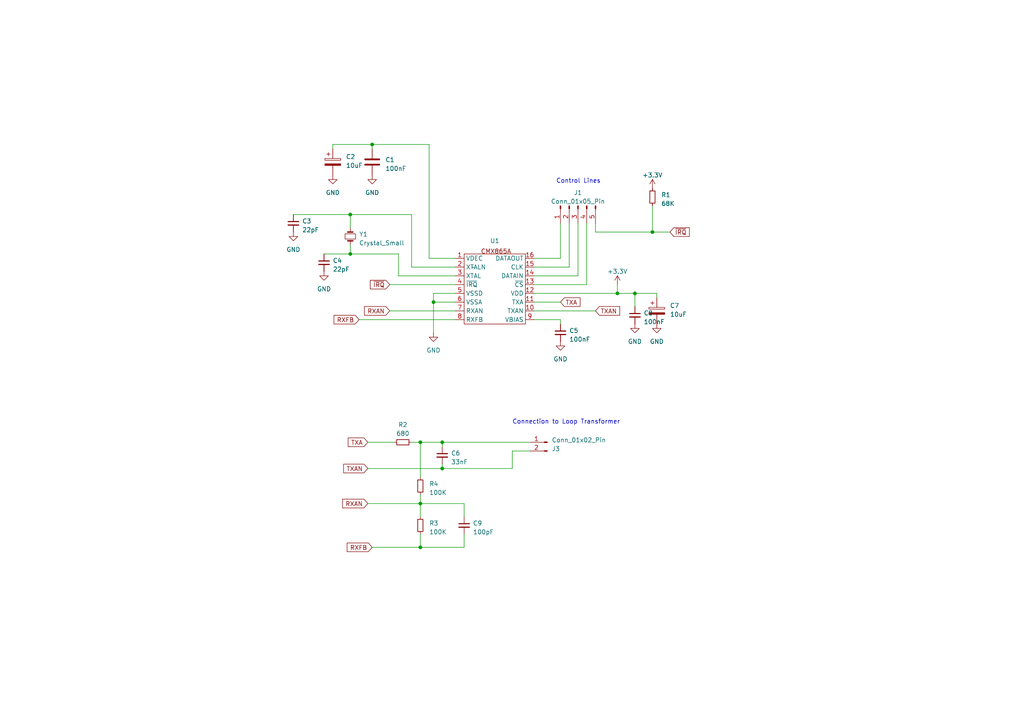
<source format=kicad_sch>
(kicad_sch (version 20230121) (generator eeschema)
  (paper "A4")
  (title_block (title "Bell 103 Host - Modem Sheet") (date "2023-08-20") (rev "v1") (company "Bruce MacKinnon"))
  (lib_symbols
    (symbol "Connector:Conn_01x02_Pin" (pin_names (offset 1.016) hide)
      (property "Reference" "J" (at 0 2.54 0))
      (property "Value" "Conn_01x02_Pin" (at 0 -5.08 0))
      (symbol "Conn_01x02_Pin_1_1"
        (polyline (pts (xy 1.27 -2.54) (xy 0.8636 -2.54)) (stroke (width 0.1524)))
        (polyline (pts (xy 1.27 0) (xy 0.8636 0)) (stroke (width 0.1524)))
        (rectangle (start 0.8636 -2.413) (end 0 -2.667) (stroke (width 0.1524)) (fill (type outline)))
        (rectangle (start 0.8636 0.127) (end 0 -0.127) (stroke (width 0.1524)) (fill (type outline)))
        (pin passive line (at 5.08 0 180) (length 3.81) (name "Pin_1") (number "1"))
        (pin passive line (at 5.08 -2.54 180) (length 3.81) (name "Pin_2") (number "2"))
      )
    )
    (symbol "Connector:Conn_01x05_Pin" (pin_names (offset 1.016) hide)
      (property "Reference" "J" (at 0 7.62 0))
      (property "Value" "Conn_01x05_Pin" (at 0 -7.62 0))
      (symbol "Conn_01x05_Pin_1_1"
        (polyline (pts (xy 1.27 -5.08) (xy 0.8636 -5.08)) (stroke (width 0.1524)))
        (polyline (pts (xy 1.27 -2.54) (xy 0.8636 -2.54)) (stroke (width 0.1524)))
        (polyline (pts (xy 1.27 0) (xy 0.8636 0)) (stroke (width 0.1524)))
        (polyline (pts (xy 1.27 2.54) (xy 0.8636 2.54)) (stroke (width 0.1524)))
        (polyline (pts (xy 1.27 5.08) (xy 0.8636 5.08)) (stroke (width 0.1524)))
        (rectangle (start 0.8636 -4.953) (end 0 -5.207) (stroke (width 0.1524)) (fill (type outline)))
        (rectangle (start 0.8636 -2.413) (end 0 -2.667) (stroke (width 0.1524)) (fill (type outline)))
        (rectangle (start 0.8636 0.127) (end 0 -0.127) (stroke (width 0.1524)) (fill (type outline)))
        (rectangle (start 0.8636 2.667) (end 0 2.413) (stroke (width 0.1524)) (fill (type outline)))
        (rectangle (start 0.8636 5.207) (end 0 4.953) (stroke (width 0.1524)) (fill (type outline)))
        (pin passive line (at 5.08 5.08 180) (length 3.81) (name "Pin_1") (number "1"))
        (pin passive line (at 5.08 2.54 180) (length 3.81) (name "Pin_2") (number "2"))
        (pin passive line (at 5.08 0 180) (length 3.81) (name "Pin_3") (number "3"))
        (pin passive line (at 5.08 -2.54 180) (length 3.81) (name "Pin_4") (number "4"))
        (pin passive line (at 5.08 -5.08 180) (length 3.81) (name "Pin_5") (number "5"))
      )
    )
    (symbol "Device:C" (pin_numbers hide) (pin_names (offset 0.254))
      (property "Reference" "C" (at 0.635 2.54 0))
      (property "Value" "C" (at 0.635 -2.54 0))
      (symbol "C_0_1"
        (polyline (pts (xy -2.032 -0.762) (xy 2.032 -0.762)) (stroke (width 0.508)))
        (polyline (pts (xy -2.032 0.762) (xy 2.032 0.762)) (stroke (width 0.508)))
      )
      (symbol "C_1_1"
        (pin passive line (at 0 3.81 270) (length 2.794) (name "~") (number "1"))
        (pin passive line (at 0 -3.81 90) (length 2.794) (name "~") (number "2"))
      )
    )
    (symbol "Device:C_Polarized" (pin_numbers hide) (pin_names (offset 0.254))
      (property "Reference" "C" (at 0.635 2.54 0))
      (property "Value" "C_Polarized" (at 0.635 -2.54 0))
      (symbol "C_Polarized_0_1"
        (rectangle (start -2.286 0.508) (end 2.286 1.016))
        (polyline (pts (xy -1.778 2.286) (xy -0.762 2.286)))
        (polyline (pts (xy -1.27 2.794) (xy -1.27 1.778)))
        (rectangle (start 2.286 -0.508) (end -2.286 -1.016) (fill (type outline)))
      )
      (symbol "C_Polarized_1_1"
        (pin passive line (at 0 3.81 270) (length 2.794) (name "~") (number "1"))
        (pin passive line (at 0 -3.81 90) (length 2.794) (name "~") (number "2"))
      )
    )
    (symbol "Device:C_Small" (pin_numbers hide) (pin_names (offset 0.254) hide)
      (property "Reference" "C" (at 0.254 1.778 0))
      (property "Value" "C_Small" (at 0.254 -2.032 0))
      (symbol "C_Small_0_1"
        (polyline (pts (xy -1.524 -0.508) (xy 1.524 -0.508)) (stroke (width 0.3302)))
        (polyline (pts (xy -1.524 0.508) (xy 1.524 0.508)) (stroke (width 0.3048)))
      )
      (symbol "C_Small_1_1"
        (pin passive line (at 0 2.54 270) (length 2.032) (name "~") (number "1"))
        (pin passive line (at 0 -2.54 90) (length 2.032) (name "~") (number "2"))
      )
    )
    (symbol "Device:Crystal_Small" (pin_numbers hide) (pin_names (offset 1.016) hide)
      (property "Reference" "Y" (at 0 2.54 0))
      (property "Value" "Crystal_Small" (at 0 -2.54 0))
      (symbol "Crystal_Small_0_1"
        (rectangle (start -0.762 -1.524) (end 0.762 1.524))
        (polyline (pts (xy -1.27 -0.762) (xy -1.27 0.762)) (stroke (width 0.381)))
        (polyline (pts (xy 1.27 -0.762) (xy 1.27 0.762)) (stroke (width 0.381)))
      )
      (symbol "Crystal_Small_1_1"
        (pin passive line (at -2.54 0 0) (length 1.27) (name "1") (number "1"))
        (pin passive line (at 2.54 0 180) (length 1.27) (name "2") (number "2"))
      )
    )
    (symbol "Device:R_Small" (pin_numbers hide) (pin_names (offset 0.254) hide)
      (property "Reference" "R" (at 0.762 0.508 0))
      (property "Value" "R_Small" (at 0.762 -1.016 0))
      (symbol "R_Small_0_1"
        (rectangle (start -0.762 1.778) (end 0.762 -1.778) (stroke (width 0.2032)))
      )
      (symbol "R_Small_1_1"
        (pin passive line (at 0 2.54 270) (length 0.762) (name "~") (number "1"))
        (pin passive line (at 0 -2.54 90) (length 0.762) (name "~") (number "2"))
      )
    )
    (symbol "kicad-symbol-library:CMX865A"
      (property "Reference" "U" (at -1.27 -11.43 0))
      (symbol "CMX865A_0_0"
        (text_box "CMX865A" (at -5.08 12.7 0) (size 7.62 -2.54) (stroke (width -0.0001)) (effects (font (size 1.27 1.27)) (justify left top)))
      )
      (symbol "CMX865A_0_1"
        (rectangle (start -8.89 10.16) (end 8.89 -10.16))
      )
      (symbol "CMX865A_1_1"
        (pin input line (at -11.43 8.89 0) (length 2.54) (name "VDEC") (number "1"))
        (pin input line (at 11.43 -6.35 180) (length 2.54) (name "TXAN") (number "10"))
        (pin input line (at 11.43 -3.81 180) (length 2.54) (name "TXA") (number "11"))
        (pin power_in line (at 11.43 -1.27 180) (length 2.54) (name "VDD") (number "12"))
        (pin input line (at 11.43 1.27 180) (length 2.54) (name "~{CS}") (number "13"))
        (pin input line (at 11.43 3.81 180) (length 2.54) (name "DATAIN") (number "14"))
        (pin input line (at 11.43 6.35 180) (length 2.54) (name "CLK") (number "15"))
        (pin output line (at 11.43 8.89 180) (length 2.54) (name "DATAOUT") (number "16"))
        (pin input line (at -11.43 6.35 0) (length 2.54) (name "XTALN") (number "2"))
        (pin input line (at -11.43 3.81 0) (length 2.54) (name "XTAL") (number "3"))
        (pin input line (at -11.43 1.27 0) (length 2.54) (name "~{IRQ}") (number "4"))
        (pin power_in line (at -11.43 -1.27 0) (length 2.54) (name "VSSD") (number "5"))
        (pin power_in line (at -11.43 -3.81 0) (length 2.54) (name "VSSA") (number "6"))
        (pin input line (at -11.43 -6.35 0) (length 2.54) (name "RXAN") (number "7"))
        (pin output line (at -11.43 -8.89 0) (length 2.54) (name "RXFB") (number "8"))
        (pin input line (at 11.43 -8.89 180) (length 2.54) (name "VBIAS") (number "9"))
      )
    )
    (symbol "power:+3.3V" (power) (pin_names (offset 0))
      (property "Value" "+3.3V" (at 0 3.556 0))
      (symbol "+3.3V_0_1"
        (polyline (pts (xy -0.762 1.27) (xy 0 2.54)))
        (polyline (pts (xy 0 0) (xy 0 2.54)))
        (polyline (pts (xy 0 2.54) (xy 0.762 1.27)))
      )
      (symbol "+3.3V_1_1"
        (pin power_in line (at 0 0 90) (length 0) hide (name "+3.3V") (number "1"))
      )
    )
    (symbol "power:GND" (power) (pin_names (offset 0))
      (property "Value" "GND" (at 0 -3.81 0))
      (symbol "GND_0_1"
        (polyline (pts (xy 0 0) (xy 0 -1.27) (xy 1.27 -1.27) (xy 0 -2.54) (xy -1.27 -1.27) (xy 0 -1.27)))
      )
      (symbol "GND_1_1"
        (pin power_in line (at 0 0 270) (length 0) hide (name "GND") (number "1"))
      )
    )
  )
  (junction (at 179.07 85.09))
  (junction (at 128.27 128.27))
  (junction (at 101.6 73.66))
  (junction (at 121.92 146.05))
  (junction (at 101.6 62.23))
  (junction (at 125.73 87.63))
  (junction (at 184.15 85.09))
  (junction (at 121.92 128.27))
  (junction (at 121.92 158.75))
  (junction (at 189.23 67.31))
  (junction (at 107.95 41.91))
  (junction (at 128.27 135.89))
  (wire (pts (xy 124.46 74.93) (xy 132.08 74.93)))
  (wire (pts (xy 128.27 128.27) (xy 128.27 129.54)))
  (wire (pts (xy 121.92 143.51) (xy 121.92 146.05)))
  (wire (pts (xy 125.73 87.63) (xy 132.08 87.63)))
  (wire (pts (xy 113.03 90.17) (xy 132.08 90.17)))
  (wire (pts (xy 189.23 59.69) (xy 189.23 67.31)))
  (wire (pts (xy 148.59 135.89) (xy 148.59 130.81)))
  (wire (pts (xy 154.94 92.71) (xy 162.56 92.71)))
  (wire (pts (xy 96.52 41.91) (xy 96.52 43.18)))
  (wire (pts (xy 170.18 82.55) (xy 170.18 64.77)))
  (wire (pts (xy 154.94 82.55) (xy 170.18 82.55)))
  (wire (pts (xy 107.95 41.91) (xy 107.95 43.18)))
  (wire (pts (xy 101.6 66.04) (xy 101.6 62.23)))
  (wire (pts (xy 85.09 62.23) (xy 101.6 62.23)))
  (wire (pts (xy 132.08 85.09) (xy 125.73 85.09)))
  (wire (pts (xy 107.95 41.91) (xy 96.52 41.91)))
  (wire (pts (xy 101.6 62.23) (xy 119.38 62.23)))
  (wire (pts (xy 121.92 158.75) (xy 134.62 158.75)))
  (wire (pts (xy 184.15 85.09) (xy 184.15 88.9)))
  (wire (pts (xy 128.27 135.89) (xy 128.27 134.62)))
  (wire (pts (xy 154.94 74.93) (xy 162.56 74.93)))
  (wire (pts (xy 93.98 73.66) (xy 101.6 73.66)))
  (wire (pts (xy 179.07 85.09) (xy 184.15 85.09)))
  (wire (pts (xy 172.72 64.77) (xy 172.72 67.31)))
  (wire (pts (xy 128.27 128.27) (xy 153.67 128.27)))
  (wire (pts (xy 115.57 80.01) (xy 132.08 80.01)))
  (wire (pts (xy 184.15 85.09) (xy 190.5 85.09)))
  (wire (pts (xy 189.23 67.31) (xy 194.31 67.31)))
  (wire (pts (xy 119.38 77.47) (xy 132.08 77.47)))
  (wire (pts (xy 121.92 146.05) (xy 134.62 146.05)))
  (wire (pts (xy 190.5 85.09) (xy 190.5 86.36)))
  (wire (pts (xy 179.07 85.09) (xy 179.07 82.55)))
  (wire (pts (xy 148.59 130.81) (xy 153.67 130.81)))
  (wire (pts (xy 154.94 80.01) (xy 167.64 80.01)))
  (wire (pts (xy 167.64 80.01) (xy 167.64 64.77)))
  (wire (pts (xy 154.94 77.47) (xy 165.1 77.47)))
  (wire (pts (xy 101.6 73.66) (xy 115.57 73.66)))
  (wire (pts (xy 125.73 85.09) (xy 125.73 87.63)))
  (wire (pts (xy 154.94 85.09) (xy 179.07 85.09)))
  (wire (pts (xy 124.46 41.91) (xy 124.46 74.93)))
  (wire (pts (xy 121.92 146.05) (xy 121.92 149.86)))
  (wire (pts (xy 121.92 128.27) (xy 121.92 138.43)))
  (wire (pts (xy 106.68 135.89) (xy 128.27 135.89)))
  (wire (pts (xy 101.6 71.12) (xy 101.6 73.66)))
  (wire (pts (xy 119.38 62.23) (xy 119.38 77.47)))
  (wire (pts (xy 172.72 67.31) (xy 189.23 67.31)))
  (wire (pts (xy 115.57 73.66) (xy 115.57 80.01)))
  (wire (pts (xy 121.92 158.75) (xy 121.92 154.94)))
  (wire (pts (xy 162.56 64.77) (xy 162.56 74.93)))
  (wire (pts (xy 154.94 90.17) (xy 172.72 90.17)))
  (wire (pts (xy 106.68 146.05) (xy 121.92 146.05)))
  (wire (pts (xy 134.62 158.75) (xy 134.62 154.94)))
  (wire (pts (xy 165.1 77.47) (xy 165.1 64.77)))
  (wire (pts (xy 113.03 82.55) (xy 132.08 82.55)))
  (wire (pts (xy 104.14 92.71) (xy 132.08 92.71)))
  (wire (pts (xy 121.92 128.27) (xy 128.27 128.27)))
  (wire (pts (xy 154.94 87.63) (xy 162.56 87.63)))
  (wire (pts (xy 128.27 135.89) (xy 148.59 135.89)))
  (wire (pts (xy 107.95 158.75) (xy 121.92 158.75)))
  (wire (pts (xy 106.68 128.27) (xy 114.3 128.27)))
  (wire (pts (xy 162.56 92.71) (xy 162.56 93.98)))
  (wire (pts (xy 134.62 146.05) (xy 134.62 149.86)))
  (wire (pts (xy 125.73 87.63) (xy 125.73 96.52)))
  (wire (pts (xy 107.95 41.91) (xy 124.46 41.91)))
  (wire (pts (xy 119.38 128.27) (xy 121.92 128.27)))
  (text "Connection to Loop Transformer" (at 148.59 123.19 0) (effects (font (size 1.27 1.27)) (justify left bottom)))
  (text "Control Lines" (at 161.29 53.34 0) (effects (font (size 1.27 1.27)) (justify left bottom)))
  (global_label "RXAN" (shape input) (at 113.03 90.17 180) (property "Intersheetrefs" "${INTERSHEET_REFS}" (effects hide)))
  (global_label "RXFB" (shape input) (at 104.14 92.71 180) (property "Intersheetrefs" "${INTERSHEET_REFS}" (effects hide)))
  (global_label "TXAN" (shape input) (at 172.72 90.17 0) (property "Intersheetrefs" "${INTERSHEET_REFS}" (effects hide)))
  (global_label "RXFB" (shape input) (at 107.95 158.75 180) (property "Intersheetrefs" "${INTERSHEET_REFS}" (effects hide)))
  (global_label "RXAN" (shape input) (at 106.68 146.05 180) (property "Intersheetrefs" "${INTERSHEET_REFS}" (effects hide)))
  (global_label "TXA" (shape input) (at 162.56 87.63 0) (property "Intersheetrefs" "${INTERSHEET_REFS}" (effects hide)))
  (global_label "~{IRQ}" (shape input) (at 113.03 82.55 180) (property "Intersheetrefs" "${INTERSHEET_REFS}" (effects hide)))
  (global_label "TXAN" (shape input) (at 106.68 135.89 180) (property "Intersheetrefs" "${INTERSHEET_REFS}" (effects hide)))
  (global_label "TXA" (shape input) (at 106.68 128.27 180) (property "Intersheetrefs" "${INTERSHEET_REFS}" (effects hide)))
  (global_label "~{IRQ}" (shape input) (at 194.31 67.31 0) (property "Intersheetrefs" "${INTERSHEET_REFS}" (effects hide)))
  (symbol (lib_id "power:GND") (at 125.73 96.52 0) (unit 1)
    (property "Reference" "#PWR05" (effects hide))
    (property "Value" "GND" (at 125.73 101.6 0))
  )
  (symbol (lib_id "Device:C_Small") (at 134.62 152.4 0) (unit 1)
    (property "Reference" "C9" (at 137.16 151.7713 0) (effects (justify left)))
    (property "Value" "100pF" (at 137.16 154.3113 0) (effects (justify left)))
    (property "Footprint" "Capacitor_SMD:C_0805_2012Metric_Pad1.18x1.45mm_HandSolder" (effects hide))
  )
  (symbol (lib_id "power:+3.3V") (at 189.23 54.61 0) (unit 1)
    (property "Reference" "#PWR09" (effects hide))
    (property "Value" "+3.3V" (at 189.23 50.8 0))
    (instances (project "bell103-host-hw" (path "" (reference "#PWR09") (unit 1)) (path "" (reference "#PWR012") (unit 1))))
  )
  (symbol (lib_id "Device:R_Small") (at 116.84 128.27 90) (unit 1)
    (property "Reference" "R2" (at 116.84 123.19 90))
    (property "Value" "680" (at 116.84 125.73 90))
    (property "Footprint" "Resistor_SMD:R_0805_2012Metric_Pad1.20x1.40mm_HandSolder" (effects hide))
  )
  (symbol (lib_id "Connector:Conn_01x02_Pin") (at 158.75 128.27 0) (mirror y) (unit 1)
    (property "Reference" "J3" (at 160.02 130.175 0) (effects (justify right)))
    (property "Value" "Conn_01x02_Pin" (at 160.02 127.635 0) (effects (justify right)))
    (property "Footprint" "Connector_PinHeader_2.54mm:PinHeader_1x02_P2.54mm_Vertical" (effects hide))
  )
  (symbol (lib_id "Device:C_Polarized") (at 190.5 90.17 0) (unit 1)
    (property "Reference" "C7" (at 194.31 88.646 0) (effects (justify left)))
    (property "Value" "10uF" (at 194.31 91.186 0) (effects (justify left)))
    (property "Footprint" "Capacitor_THT:CP_Radial_D5.0mm_P2.50mm" (effects hide))
  )
  (symbol (lib_id "Device:C_Small") (at 93.98 76.2 0) (unit 1)
    (property "Reference" "C4" (at 96.52 75.5713 0) (effects (justify left)))
    (property "Value" "22pF" (at 96.52 78.1113 0) (effects (justify left)))
    (property "Footprint" "Capacitor_SMD:C_0805_2012Metric_Pad1.18x1.45mm_HandSolder" (effects hide))
  )
  (symbol (lib_id "power:GND") (at 107.95 50.8 0) (unit 1)
    (property "Reference" "#PWR02" (effects hide))
    (property "Value" "GND" (at 107.95 55.88 0))
    (instances (project "bell103-host-hw" (path "" (reference "#PWR02") (unit 1)) (path "" (reference "#PWR04") (unit 1))))
  )
  (symbol (lib_id "kicad-symbol-library:CMX865A") (at 143.51 83.82 0) (unit 1)
    (property "Reference" "U1" (at 143.51 69.85 0))
    (property "Value" "~" (at 137.16 77.47 0))
    (property "Footprint" "Package_SO:SOIC-16W_7.5x12.8mm_P1.27mm" (effects hide))
  )
  (symbol (lib_id "Device:R_Small") (at 189.23 57.15 0) (unit 1)
    (property "Reference" "R1" (at 191.77 56.515 0) (effects (justify left)))
    (property "Value" "68K" (at 191.77 59.055 0) (effects (justify left)))
    (property "Footprint" "Resistor_SMD:R_0805_2012Metric_Pad1.20x1.40mm_HandSolder" (effects hide))
  )
  (symbol (lib_id "Device:C_Small") (at 184.15 91.44 0) (unit 1)
    (property "Reference" "C8" (at 186.69 90.8113 0) (effects (justify left)))
    (property "Value" "100nF" (at 186.69 93.3513 0) (effects (justify left)))
    (property "Footprint" "Capacitor_SMD:C_0805_2012Metric_Pad1.18x1.45mm_HandSolder" (effects hide))
  )
  (symbol (lib_id "Device:C") (at 107.95 46.99 0) (unit 1)
    (property "Reference" "C1" (at 111.76 46.355 0) (effects (justify left)))
    (property "Value" "100nF" (at 111.76 48.895 0) (effects (justify left)))
    (property "Footprint" "Capacitor_SMD:C_0805_2012Metric_Pad1.18x1.45mm_HandSolder" (effects hide))
  )
  (symbol (lib_id "Device:C_Small") (at 85.09 64.77 0) (unit 1)
    (property "Reference" "C3" (at 87.63 64.1413 0) (effects (justify left)))
    (property "Value" "22pF" (at 87.63 66.6813 0) (effects (justify left)))
    (property "Footprint" "Capacitor_SMD:C_0805_2012Metric_Pad1.18x1.45mm_HandSolder" (effects hide))
  )
  (symbol (lib_id "power:GND") (at 93.98 78.74 0) (unit 1)
    (property "Reference" "#PWR04" (effects hide))
    (property "Value" "GND" (at 93.98 83.82 0))
    (instances (project "bell103-host-hw" (path "" (reference "#PWR04") (unit 1)) (path "" (reference "#PWR02") (unit 1))))
  )
  (symbol (lib_id "Device:C_Small") (at 162.56 96.52 0) (unit 1)
    (property "Reference" "C5" (at 165.1 95.8913 0) (effects (justify left)))
    (property "Value" "100nF" (at 165.1 98.4313 0) (effects (justify left)))
    (property "Footprint" "Capacitor_SMD:C_0805_2012Metric_Pad1.18x1.45mm_HandSolder" (effects hide))
  )
  (symbol (lib_id "Device:Crystal_Small") (at 101.6 68.58 90) (unit 1)
    (property "Reference" "Y1" (at 104.14 67.945 90) (effects (justify right)))
    (property "Value" "Crystal_Small" (at 104.14 70.485 90) (effects (justify right)))
    (property "Footprint" "Crystal:Crystal_HC49-U_Vertical" (effects hide))
  )
  (symbol (lib_id "power:GND") (at 85.09 67.31 0) (unit 1)
    (property "Reference" "#PWR03" (effects hide))
    (property "Value" "GND" (at 85.09 72.39 0))
    (instances (project "bell103-host-hw" (path "" (reference "#PWR03") (unit 1)) (path "" (reference "#PWR01") (unit 1))))
  )
  (symbol (lib_id "Device:R_Small") (at 121.92 140.97 0) (unit 1)
    (property "Reference" "R4" (at 124.46 140.335 0) (effects (justify left)))
    (property "Value" "100K" (at 124.46 142.875 0) (effects (justify left)))
    (property "Footprint" "Resistor_SMD:R_0805_2012Metric_Pad1.20x1.40mm_HandSolder" (effects hide))
  )
  (symbol (lib_id "Device:C_Small") (at 128.27 132.08 0) (unit 1)
    (property "Reference" "C6" (at 130.81 131.4513 0) (effects (justify left)))
    (property "Value" "33nF" (at 130.81 133.9913 0) (effects (justify left)))
    (property "Footprint" "Capacitor_SMD:C_0805_2012Metric_Pad1.18x1.45mm_HandSolder" (effects hide))
  )
  (symbol (lib_id "power:GND") (at 96.52 50.8 0) (unit 1)
    (property "Reference" "#PWR01" (effects hide))
    (property "Value" "GND" (at 96.52 55.88 0))
    (instances (project "bell103-host-hw" (path "" (reference "#PWR01") (unit 1)) (path "" (reference "#PWR03") (unit 1))))
  )
  (symbol (lib_id "Device:C_Polarized") (at 96.52 46.99 0) (unit 1)
    (property "Reference" "C2" (at 100.33 45.466 0) (effects (justify left)))
    (property "Value" "10uF" (at 100.33 48.006 0) (effects (justify left)))
    (property "Footprint" "Capacitor_THT:CP_Radial_D5.0mm_P2.50mm" (effects hide))
  )
  (symbol (lib_id "Connector:Conn_01x05_Pin") (at 167.64 59.69 90) (mirror x) (unit 1)
    (property "Reference" "J1" (at 167.64 55.88 90))
    (property "Value" "Conn_01x05_Pin" (at 167.64 58.42 90))
    (property "Footprint" "Connector_PinHeader_2.54mm:PinHeader_1x05_P2.54mm_Vertical" (effects hide))
  )
  (symbol (lib_id "Device:R_Small") (at 121.92 152.4 0) (unit 1)
    (property "Reference" "R3" (at 124.46 151.765 0) (effects (justify left)))
    (property "Value" "100K" (at 124.46 154.305 0) (effects (justify left)))
    (property "Footprint" "Resistor_SMD:R_0805_2012Metric_Pad1.20x1.40mm_HandSolder" (effects hide))
  )
  (symbol (lib_id "power:GND") (at 184.15 93.98 0) (unit 1)
    (property "Reference" "#PWR012" (effects hide))
    (property "Value" "GND" (at 184.15 99.06 0))
    (instances (project "bell103-host-hw" (path "" (reference "#PWR012") (unit 1)) (path "" (reference "#PWR011") (unit 1))))
  )
  (symbol (lib_id "power:+3.3V") (at 179.07 82.55 0) (unit 1)
    (property "Reference" "#PWR010" (effects hide))
    (property "Value" "+3.3V" (at 179.07 78.74 0))
  )
  (symbol (lib_id "power:GND") (at 162.56 99.06 0) (unit 1)
    (property "Reference" "#PWR06" (effects hide))
    (property "Value" "GND" (at 162.56 104.14 0))
    (instances (project "bell103-host-hw" (path "" (reference "#PWR06") (unit 1)) (path "" (reference "#PWR08") (unit 1))))
  )
  (symbol (lib_id "power:GND") (at 190.5 93.98 0) (unit 1)
    (property "Reference" "#PWR013" (effects hide))
    (property "Value" "GND" (at 190.5 99.06 0))
  )
)
</source>
